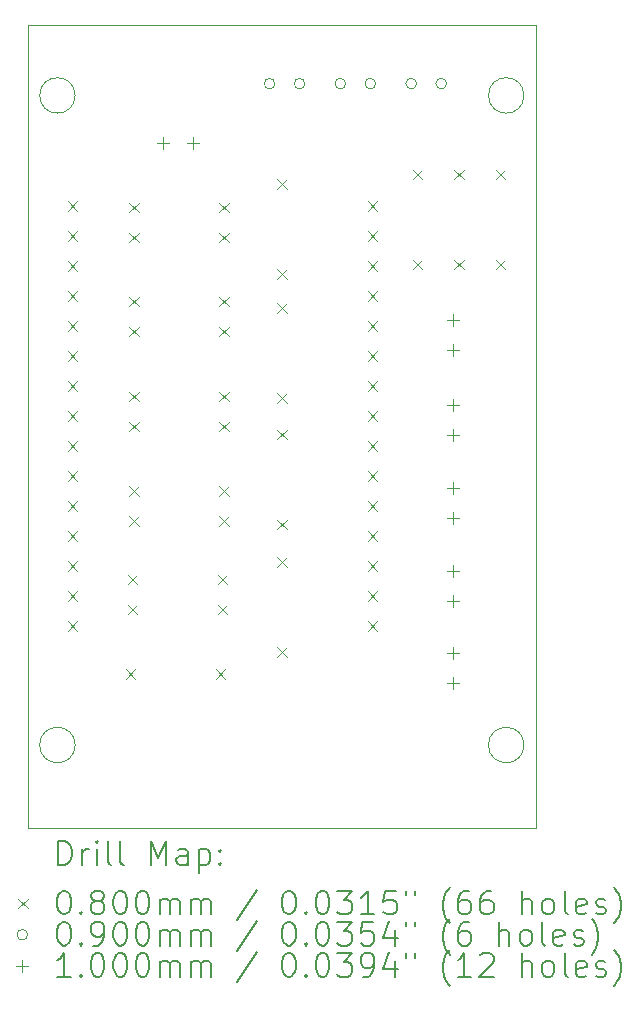
<source format=gbr>
%TF.GenerationSoftware,KiCad,Pcbnew,8.0.6*%
%TF.CreationDate,2025-10-25T19:26:17+02:00*%
%TF.ProjectId,COSMO Adapter v1.0,434f534d-4f20-4416-9461-707465722076,rev?*%
%TF.SameCoordinates,Original*%
%TF.FileFunction,Drillmap*%
%TF.FilePolarity,Positive*%
%FSLAX45Y45*%
G04 Gerber Fmt 4.5, Leading zero omitted, Abs format (unit mm)*
G04 Created by KiCad (PCBNEW 8.0.6) date 2025-10-25 19:26:17*
%MOMM*%
%LPD*%
G01*
G04 APERTURE LIST*
%ADD10C,0.050000*%
%ADD11C,0.200000*%
%ADD12C,0.100000*%
G04 APERTURE END LIST*
D10*
X17250000Y-7450000D02*
G75*
G02*
X16950000Y-7450000I-150000J0D01*
G01*
X16950000Y-7450000D02*
G75*
G02*
X17250000Y-7450000I150000J0D01*
G01*
X13050000Y-6850000D02*
X17350000Y-6850000D01*
X17350000Y-13650000D01*
X13050000Y-13650000D01*
X13050000Y-6850000D01*
X17250000Y-12950000D02*
G75*
G02*
X16950000Y-12950000I-150000J0D01*
G01*
X16950000Y-12950000D02*
G75*
G02*
X17250000Y-12950000I150000J0D01*
G01*
X13450000Y-12950000D02*
G75*
G02*
X13150000Y-12950000I-150000J0D01*
G01*
X13150000Y-12950000D02*
G75*
G02*
X13450000Y-12950000I150000J0D01*
G01*
X13450000Y-7450000D02*
G75*
G02*
X13150000Y-7450000I-150000J0D01*
G01*
X13150000Y-7450000D02*
G75*
G02*
X13450000Y-7450000I150000J0D01*
G01*
D11*
D12*
X13385500Y-8347500D02*
X13465500Y-8427500D01*
X13465500Y-8347500D02*
X13385500Y-8427500D01*
X13385500Y-8601500D02*
X13465500Y-8681500D01*
X13465500Y-8601500D02*
X13385500Y-8681500D01*
X13385500Y-8855500D02*
X13465500Y-8935500D01*
X13465500Y-8855500D02*
X13385500Y-8935500D01*
X13385500Y-9109500D02*
X13465500Y-9189500D01*
X13465500Y-9109500D02*
X13385500Y-9189500D01*
X13385500Y-9363500D02*
X13465500Y-9443500D01*
X13465500Y-9363500D02*
X13385500Y-9443500D01*
X13385500Y-9617500D02*
X13465500Y-9697500D01*
X13465500Y-9617500D02*
X13385500Y-9697500D01*
X13385500Y-9871500D02*
X13465500Y-9951500D01*
X13465500Y-9871500D02*
X13385500Y-9951500D01*
X13385500Y-10125500D02*
X13465500Y-10205500D01*
X13465500Y-10125500D02*
X13385500Y-10205500D01*
X13385500Y-10379500D02*
X13465500Y-10459500D01*
X13465500Y-10379500D02*
X13385500Y-10459500D01*
X13385500Y-10633500D02*
X13465500Y-10713500D01*
X13465500Y-10633500D02*
X13385500Y-10713500D01*
X13385500Y-10887500D02*
X13465500Y-10967500D01*
X13465500Y-10887500D02*
X13385500Y-10967500D01*
X13385500Y-11141500D02*
X13465500Y-11221500D01*
X13465500Y-11141500D02*
X13385500Y-11221500D01*
X13385500Y-11395500D02*
X13465500Y-11475500D01*
X13465500Y-11395500D02*
X13385500Y-11475500D01*
X13385500Y-11649500D02*
X13465500Y-11729500D01*
X13465500Y-11649500D02*
X13385500Y-11729500D01*
X13385500Y-11903500D02*
X13465500Y-11983500D01*
X13465500Y-11903500D02*
X13385500Y-11983500D01*
X13879000Y-12310000D02*
X13959000Y-12390000D01*
X13959000Y-12310000D02*
X13879000Y-12390000D01*
X13898000Y-11510000D02*
X13978000Y-11590000D01*
X13978000Y-11510000D02*
X13898000Y-11590000D01*
X13898000Y-11764000D02*
X13978000Y-11844000D01*
X13978000Y-11764000D02*
X13898000Y-11844000D01*
X13910000Y-8360000D02*
X13990000Y-8440000D01*
X13990000Y-8360000D02*
X13910000Y-8440000D01*
X13910000Y-8614000D02*
X13990000Y-8694000D01*
X13990000Y-8614000D02*
X13910000Y-8694000D01*
X13910000Y-9156000D02*
X13990000Y-9236000D01*
X13990000Y-9156000D02*
X13910000Y-9236000D01*
X13910000Y-9410000D02*
X13990000Y-9490000D01*
X13990000Y-9410000D02*
X13910000Y-9490000D01*
X13910000Y-9960000D02*
X13990000Y-10040000D01*
X13990000Y-9960000D02*
X13910000Y-10040000D01*
X13910000Y-10214000D02*
X13990000Y-10294000D01*
X13990000Y-10214000D02*
X13910000Y-10294000D01*
X13910000Y-10760000D02*
X13990000Y-10840000D01*
X13990000Y-10760000D02*
X13910000Y-10840000D01*
X13910000Y-11014000D02*
X13990000Y-11094000D01*
X13990000Y-11014000D02*
X13910000Y-11094000D01*
X14641000Y-12310000D02*
X14721000Y-12390000D01*
X14721000Y-12310000D02*
X14641000Y-12390000D01*
X14660000Y-11510000D02*
X14740000Y-11590000D01*
X14740000Y-11510000D02*
X14660000Y-11590000D01*
X14660000Y-11764000D02*
X14740000Y-11844000D01*
X14740000Y-11764000D02*
X14660000Y-11844000D01*
X14672000Y-8360000D02*
X14752000Y-8440000D01*
X14752000Y-8360000D02*
X14672000Y-8440000D01*
X14672000Y-8614000D02*
X14752000Y-8694000D01*
X14752000Y-8614000D02*
X14672000Y-8694000D01*
X14672000Y-9156000D02*
X14752000Y-9236000D01*
X14752000Y-9156000D02*
X14672000Y-9236000D01*
X14672000Y-9410000D02*
X14752000Y-9490000D01*
X14752000Y-9410000D02*
X14672000Y-9490000D01*
X14672000Y-9960000D02*
X14752000Y-10040000D01*
X14752000Y-9960000D02*
X14672000Y-10040000D01*
X14672000Y-10214000D02*
X14752000Y-10294000D01*
X14752000Y-10214000D02*
X14672000Y-10294000D01*
X14672000Y-10760000D02*
X14752000Y-10840000D01*
X14752000Y-10760000D02*
X14672000Y-10840000D01*
X14672000Y-11014000D02*
X14752000Y-11094000D01*
X14752000Y-11014000D02*
X14672000Y-11094000D01*
X15160000Y-8160000D02*
X15240000Y-8240000D01*
X15240000Y-8160000D02*
X15160000Y-8240000D01*
X15160000Y-8922000D02*
X15240000Y-9002000D01*
X15240000Y-8922000D02*
X15160000Y-9002000D01*
X15160000Y-9210000D02*
X15240000Y-9290000D01*
X15240000Y-9210000D02*
X15160000Y-9290000D01*
X15160000Y-9972000D02*
X15240000Y-10052000D01*
X15240000Y-9972000D02*
X15160000Y-10052000D01*
X15160000Y-10279000D02*
X15240000Y-10359000D01*
X15240000Y-10279000D02*
X15160000Y-10359000D01*
X15160000Y-11041000D02*
X15240000Y-11121000D01*
X15240000Y-11041000D02*
X15160000Y-11121000D01*
X15160000Y-11360000D02*
X15240000Y-11440000D01*
X15240000Y-11360000D02*
X15160000Y-11440000D01*
X15160000Y-12122000D02*
X15240000Y-12202000D01*
X15240000Y-12122000D02*
X15160000Y-12202000D01*
X15925500Y-8347500D02*
X16005500Y-8427500D01*
X16005500Y-8347500D02*
X15925500Y-8427500D01*
X15925500Y-8601500D02*
X16005500Y-8681500D01*
X16005500Y-8601500D02*
X15925500Y-8681500D01*
X15925500Y-8855500D02*
X16005500Y-8935500D01*
X16005500Y-8855500D02*
X15925500Y-8935500D01*
X15925500Y-9109500D02*
X16005500Y-9189500D01*
X16005500Y-9109500D02*
X15925500Y-9189500D01*
X15925500Y-9363500D02*
X16005500Y-9443500D01*
X16005500Y-9363500D02*
X15925500Y-9443500D01*
X15925500Y-9617500D02*
X16005500Y-9697500D01*
X16005500Y-9617500D02*
X15925500Y-9697500D01*
X15925500Y-9871500D02*
X16005500Y-9951500D01*
X16005500Y-9871500D02*
X15925500Y-9951500D01*
X15925500Y-10125500D02*
X16005500Y-10205500D01*
X16005500Y-10125500D02*
X15925500Y-10205500D01*
X15925500Y-10379500D02*
X16005500Y-10459500D01*
X16005500Y-10379500D02*
X15925500Y-10459500D01*
X15925500Y-10633500D02*
X16005500Y-10713500D01*
X16005500Y-10633500D02*
X15925500Y-10713500D01*
X15925500Y-10887500D02*
X16005500Y-10967500D01*
X16005500Y-10887500D02*
X15925500Y-10967500D01*
X15925500Y-11141500D02*
X16005500Y-11221500D01*
X16005500Y-11141500D02*
X15925500Y-11221500D01*
X15925500Y-11395500D02*
X16005500Y-11475500D01*
X16005500Y-11395500D02*
X15925500Y-11475500D01*
X15925500Y-11649500D02*
X16005500Y-11729500D01*
X16005500Y-11649500D02*
X15925500Y-11729500D01*
X15925500Y-11903500D02*
X16005500Y-11983500D01*
X16005500Y-11903500D02*
X15925500Y-11983500D01*
X16310000Y-8079000D02*
X16390000Y-8159000D01*
X16390000Y-8079000D02*
X16310000Y-8159000D01*
X16310000Y-8841000D02*
X16390000Y-8921000D01*
X16390000Y-8841000D02*
X16310000Y-8921000D01*
X16660000Y-8079000D02*
X16740000Y-8159000D01*
X16740000Y-8079000D02*
X16660000Y-8159000D01*
X16660000Y-8841000D02*
X16740000Y-8921000D01*
X16740000Y-8841000D02*
X16660000Y-8921000D01*
X17010000Y-8079000D02*
X17090000Y-8159000D01*
X17090000Y-8079000D02*
X17010000Y-8159000D01*
X17010000Y-8841000D02*
X17090000Y-8921000D01*
X17090000Y-8841000D02*
X17010000Y-8921000D01*
X15141000Y-7350000D02*
G75*
G02*
X15051000Y-7350000I-45000J0D01*
G01*
X15051000Y-7350000D02*
G75*
G02*
X15141000Y-7350000I45000J0D01*
G01*
X15395000Y-7350000D02*
G75*
G02*
X15305000Y-7350000I-45000J0D01*
G01*
X15305000Y-7350000D02*
G75*
G02*
X15395000Y-7350000I45000J0D01*
G01*
X15741000Y-7350000D02*
G75*
G02*
X15651000Y-7350000I-45000J0D01*
G01*
X15651000Y-7350000D02*
G75*
G02*
X15741000Y-7350000I45000J0D01*
G01*
X15995000Y-7350000D02*
G75*
G02*
X15905000Y-7350000I-45000J0D01*
G01*
X15905000Y-7350000D02*
G75*
G02*
X15995000Y-7350000I45000J0D01*
G01*
X16341000Y-7350000D02*
G75*
G02*
X16251000Y-7350000I-45000J0D01*
G01*
X16251000Y-7350000D02*
G75*
G02*
X16341000Y-7350000I45000J0D01*
G01*
X16595000Y-7350000D02*
G75*
G02*
X16505000Y-7350000I-45000J0D01*
G01*
X16505000Y-7350000D02*
G75*
G02*
X16595000Y-7350000I45000J0D01*
G01*
X14196000Y-7800000D02*
X14196000Y-7900000D01*
X14146000Y-7850000D02*
X14246000Y-7850000D01*
X14450000Y-7800000D02*
X14450000Y-7900000D01*
X14400000Y-7850000D02*
X14500000Y-7850000D01*
X16650000Y-9300000D02*
X16650000Y-9400000D01*
X16600000Y-9350000D02*
X16700000Y-9350000D01*
X16650000Y-9554000D02*
X16650000Y-9654000D01*
X16600000Y-9604000D02*
X16700000Y-9604000D01*
X16650000Y-10023500D02*
X16650000Y-10123500D01*
X16600000Y-10073500D02*
X16700000Y-10073500D01*
X16650000Y-10277500D02*
X16650000Y-10377500D01*
X16600000Y-10327500D02*
X16700000Y-10327500D01*
X16650000Y-10723500D02*
X16650000Y-10823500D01*
X16600000Y-10773500D02*
X16700000Y-10773500D01*
X16650000Y-10977500D02*
X16650000Y-11077500D01*
X16600000Y-11027500D02*
X16700000Y-11027500D01*
X16650000Y-11423500D02*
X16650000Y-11523500D01*
X16600000Y-11473500D02*
X16700000Y-11473500D01*
X16650000Y-11677500D02*
X16650000Y-11777500D01*
X16600000Y-11727500D02*
X16700000Y-11727500D01*
X16650000Y-12123500D02*
X16650000Y-12223500D01*
X16600000Y-12173500D02*
X16700000Y-12173500D01*
X16650000Y-12377500D02*
X16650000Y-12477500D01*
X16600000Y-12427500D02*
X16700000Y-12427500D01*
D11*
X13308277Y-13963984D02*
X13308277Y-13763984D01*
X13308277Y-13763984D02*
X13355896Y-13763984D01*
X13355896Y-13763984D02*
X13384467Y-13773508D01*
X13384467Y-13773508D02*
X13403515Y-13792555D01*
X13403515Y-13792555D02*
X13413039Y-13811603D01*
X13413039Y-13811603D02*
X13422562Y-13849698D01*
X13422562Y-13849698D02*
X13422562Y-13878269D01*
X13422562Y-13878269D02*
X13413039Y-13916365D01*
X13413039Y-13916365D02*
X13403515Y-13935412D01*
X13403515Y-13935412D02*
X13384467Y-13954460D01*
X13384467Y-13954460D02*
X13355896Y-13963984D01*
X13355896Y-13963984D02*
X13308277Y-13963984D01*
X13508277Y-13963984D02*
X13508277Y-13830650D01*
X13508277Y-13868746D02*
X13517801Y-13849698D01*
X13517801Y-13849698D02*
X13527324Y-13840174D01*
X13527324Y-13840174D02*
X13546372Y-13830650D01*
X13546372Y-13830650D02*
X13565420Y-13830650D01*
X13632086Y-13963984D02*
X13632086Y-13830650D01*
X13632086Y-13763984D02*
X13622562Y-13773508D01*
X13622562Y-13773508D02*
X13632086Y-13783031D01*
X13632086Y-13783031D02*
X13641610Y-13773508D01*
X13641610Y-13773508D02*
X13632086Y-13763984D01*
X13632086Y-13763984D02*
X13632086Y-13783031D01*
X13755896Y-13963984D02*
X13736848Y-13954460D01*
X13736848Y-13954460D02*
X13727324Y-13935412D01*
X13727324Y-13935412D02*
X13727324Y-13763984D01*
X13860658Y-13963984D02*
X13841610Y-13954460D01*
X13841610Y-13954460D02*
X13832086Y-13935412D01*
X13832086Y-13935412D02*
X13832086Y-13763984D01*
X14089229Y-13963984D02*
X14089229Y-13763984D01*
X14089229Y-13763984D02*
X14155896Y-13906841D01*
X14155896Y-13906841D02*
X14222562Y-13763984D01*
X14222562Y-13763984D02*
X14222562Y-13963984D01*
X14403515Y-13963984D02*
X14403515Y-13859222D01*
X14403515Y-13859222D02*
X14393991Y-13840174D01*
X14393991Y-13840174D02*
X14374943Y-13830650D01*
X14374943Y-13830650D02*
X14336848Y-13830650D01*
X14336848Y-13830650D02*
X14317801Y-13840174D01*
X14403515Y-13954460D02*
X14384467Y-13963984D01*
X14384467Y-13963984D02*
X14336848Y-13963984D01*
X14336848Y-13963984D02*
X14317801Y-13954460D01*
X14317801Y-13954460D02*
X14308277Y-13935412D01*
X14308277Y-13935412D02*
X14308277Y-13916365D01*
X14308277Y-13916365D02*
X14317801Y-13897317D01*
X14317801Y-13897317D02*
X14336848Y-13887793D01*
X14336848Y-13887793D02*
X14384467Y-13887793D01*
X14384467Y-13887793D02*
X14403515Y-13878269D01*
X14498753Y-13830650D02*
X14498753Y-14030650D01*
X14498753Y-13840174D02*
X14517801Y-13830650D01*
X14517801Y-13830650D02*
X14555896Y-13830650D01*
X14555896Y-13830650D02*
X14574943Y-13840174D01*
X14574943Y-13840174D02*
X14584467Y-13849698D01*
X14584467Y-13849698D02*
X14593991Y-13868746D01*
X14593991Y-13868746D02*
X14593991Y-13925888D01*
X14593991Y-13925888D02*
X14584467Y-13944936D01*
X14584467Y-13944936D02*
X14574943Y-13954460D01*
X14574943Y-13954460D02*
X14555896Y-13963984D01*
X14555896Y-13963984D02*
X14517801Y-13963984D01*
X14517801Y-13963984D02*
X14498753Y-13954460D01*
X14679705Y-13944936D02*
X14689229Y-13954460D01*
X14689229Y-13954460D02*
X14679705Y-13963984D01*
X14679705Y-13963984D02*
X14670182Y-13954460D01*
X14670182Y-13954460D02*
X14679705Y-13944936D01*
X14679705Y-13944936D02*
X14679705Y-13963984D01*
X14679705Y-13840174D02*
X14689229Y-13849698D01*
X14689229Y-13849698D02*
X14679705Y-13859222D01*
X14679705Y-13859222D02*
X14670182Y-13849698D01*
X14670182Y-13849698D02*
X14679705Y-13840174D01*
X14679705Y-13840174D02*
X14679705Y-13859222D01*
D12*
X12967500Y-14252500D02*
X13047500Y-14332500D01*
X13047500Y-14252500D02*
X12967500Y-14332500D01*
D11*
X13346372Y-14183984D02*
X13365420Y-14183984D01*
X13365420Y-14183984D02*
X13384467Y-14193508D01*
X13384467Y-14193508D02*
X13393991Y-14203031D01*
X13393991Y-14203031D02*
X13403515Y-14222079D01*
X13403515Y-14222079D02*
X13413039Y-14260174D01*
X13413039Y-14260174D02*
X13413039Y-14307793D01*
X13413039Y-14307793D02*
X13403515Y-14345888D01*
X13403515Y-14345888D02*
X13393991Y-14364936D01*
X13393991Y-14364936D02*
X13384467Y-14374460D01*
X13384467Y-14374460D02*
X13365420Y-14383984D01*
X13365420Y-14383984D02*
X13346372Y-14383984D01*
X13346372Y-14383984D02*
X13327324Y-14374460D01*
X13327324Y-14374460D02*
X13317801Y-14364936D01*
X13317801Y-14364936D02*
X13308277Y-14345888D01*
X13308277Y-14345888D02*
X13298753Y-14307793D01*
X13298753Y-14307793D02*
X13298753Y-14260174D01*
X13298753Y-14260174D02*
X13308277Y-14222079D01*
X13308277Y-14222079D02*
X13317801Y-14203031D01*
X13317801Y-14203031D02*
X13327324Y-14193508D01*
X13327324Y-14193508D02*
X13346372Y-14183984D01*
X13498753Y-14364936D02*
X13508277Y-14374460D01*
X13508277Y-14374460D02*
X13498753Y-14383984D01*
X13498753Y-14383984D02*
X13489229Y-14374460D01*
X13489229Y-14374460D02*
X13498753Y-14364936D01*
X13498753Y-14364936D02*
X13498753Y-14383984D01*
X13622562Y-14269698D02*
X13603515Y-14260174D01*
X13603515Y-14260174D02*
X13593991Y-14250650D01*
X13593991Y-14250650D02*
X13584467Y-14231603D01*
X13584467Y-14231603D02*
X13584467Y-14222079D01*
X13584467Y-14222079D02*
X13593991Y-14203031D01*
X13593991Y-14203031D02*
X13603515Y-14193508D01*
X13603515Y-14193508D02*
X13622562Y-14183984D01*
X13622562Y-14183984D02*
X13660658Y-14183984D01*
X13660658Y-14183984D02*
X13679705Y-14193508D01*
X13679705Y-14193508D02*
X13689229Y-14203031D01*
X13689229Y-14203031D02*
X13698753Y-14222079D01*
X13698753Y-14222079D02*
X13698753Y-14231603D01*
X13698753Y-14231603D02*
X13689229Y-14250650D01*
X13689229Y-14250650D02*
X13679705Y-14260174D01*
X13679705Y-14260174D02*
X13660658Y-14269698D01*
X13660658Y-14269698D02*
X13622562Y-14269698D01*
X13622562Y-14269698D02*
X13603515Y-14279222D01*
X13603515Y-14279222D02*
X13593991Y-14288746D01*
X13593991Y-14288746D02*
X13584467Y-14307793D01*
X13584467Y-14307793D02*
X13584467Y-14345888D01*
X13584467Y-14345888D02*
X13593991Y-14364936D01*
X13593991Y-14364936D02*
X13603515Y-14374460D01*
X13603515Y-14374460D02*
X13622562Y-14383984D01*
X13622562Y-14383984D02*
X13660658Y-14383984D01*
X13660658Y-14383984D02*
X13679705Y-14374460D01*
X13679705Y-14374460D02*
X13689229Y-14364936D01*
X13689229Y-14364936D02*
X13698753Y-14345888D01*
X13698753Y-14345888D02*
X13698753Y-14307793D01*
X13698753Y-14307793D02*
X13689229Y-14288746D01*
X13689229Y-14288746D02*
X13679705Y-14279222D01*
X13679705Y-14279222D02*
X13660658Y-14269698D01*
X13822562Y-14183984D02*
X13841610Y-14183984D01*
X13841610Y-14183984D02*
X13860658Y-14193508D01*
X13860658Y-14193508D02*
X13870182Y-14203031D01*
X13870182Y-14203031D02*
X13879705Y-14222079D01*
X13879705Y-14222079D02*
X13889229Y-14260174D01*
X13889229Y-14260174D02*
X13889229Y-14307793D01*
X13889229Y-14307793D02*
X13879705Y-14345888D01*
X13879705Y-14345888D02*
X13870182Y-14364936D01*
X13870182Y-14364936D02*
X13860658Y-14374460D01*
X13860658Y-14374460D02*
X13841610Y-14383984D01*
X13841610Y-14383984D02*
X13822562Y-14383984D01*
X13822562Y-14383984D02*
X13803515Y-14374460D01*
X13803515Y-14374460D02*
X13793991Y-14364936D01*
X13793991Y-14364936D02*
X13784467Y-14345888D01*
X13784467Y-14345888D02*
X13774943Y-14307793D01*
X13774943Y-14307793D02*
X13774943Y-14260174D01*
X13774943Y-14260174D02*
X13784467Y-14222079D01*
X13784467Y-14222079D02*
X13793991Y-14203031D01*
X13793991Y-14203031D02*
X13803515Y-14193508D01*
X13803515Y-14193508D02*
X13822562Y-14183984D01*
X14013039Y-14183984D02*
X14032086Y-14183984D01*
X14032086Y-14183984D02*
X14051134Y-14193508D01*
X14051134Y-14193508D02*
X14060658Y-14203031D01*
X14060658Y-14203031D02*
X14070182Y-14222079D01*
X14070182Y-14222079D02*
X14079705Y-14260174D01*
X14079705Y-14260174D02*
X14079705Y-14307793D01*
X14079705Y-14307793D02*
X14070182Y-14345888D01*
X14070182Y-14345888D02*
X14060658Y-14364936D01*
X14060658Y-14364936D02*
X14051134Y-14374460D01*
X14051134Y-14374460D02*
X14032086Y-14383984D01*
X14032086Y-14383984D02*
X14013039Y-14383984D01*
X14013039Y-14383984D02*
X13993991Y-14374460D01*
X13993991Y-14374460D02*
X13984467Y-14364936D01*
X13984467Y-14364936D02*
X13974943Y-14345888D01*
X13974943Y-14345888D02*
X13965420Y-14307793D01*
X13965420Y-14307793D02*
X13965420Y-14260174D01*
X13965420Y-14260174D02*
X13974943Y-14222079D01*
X13974943Y-14222079D02*
X13984467Y-14203031D01*
X13984467Y-14203031D02*
X13993991Y-14193508D01*
X13993991Y-14193508D02*
X14013039Y-14183984D01*
X14165420Y-14383984D02*
X14165420Y-14250650D01*
X14165420Y-14269698D02*
X14174943Y-14260174D01*
X14174943Y-14260174D02*
X14193991Y-14250650D01*
X14193991Y-14250650D02*
X14222563Y-14250650D01*
X14222563Y-14250650D02*
X14241610Y-14260174D01*
X14241610Y-14260174D02*
X14251134Y-14279222D01*
X14251134Y-14279222D02*
X14251134Y-14383984D01*
X14251134Y-14279222D02*
X14260658Y-14260174D01*
X14260658Y-14260174D02*
X14279705Y-14250650D01*
X14279705Y-14250650D02*
X14308277Y-14250650D01*
X14308277Y-14250650D02*
X14327324Y-14260174D01*
X14327324Y-14260174D02*
X14336848Y-14279222D01*
X14336848Y-14279222D02*
X14336848Y-14383984D01*
X14432086Y-14383984D02*
X14432086Y-14250650D01*
X14432086Y-14269698D02*
X14441610Y-14260174D01*
X14441610Y-14260174D02*
X14460658Y-14250650D01*
X14460658Y-14250650D02*
X14489229Y-14250650D01*
X14489229Y-14250650D02*
X14508277Y-14260174D01*
X14508277Y-14260174D02*
X14517801Y-14279222D01*
X14517801Y-14279222D02*
X14517801Y-14383984D01*
X14517801Y-14279222D02*
X14527324Y-14260174D01*
X14527324Y-14260174D02*
X14546372Y-14250650D01*
X14546372Y-14250650D02*
X14574943Y-14250650D01*
X14574943Y-14250650D02*
X14593991Y-14260174D01*
X14593991Y-14260174D02*
X14603515Y-14279222D01*
X14603515Y-14279222D02*
X14603515Y-14383984D01*
X14993991Y-14174460D02*
X14822563Y-14431603D01*
X15251134Y-14183984D02*
X15270182Y-14183984D01*
X15270182Y-14183984D02*
X15289229Y-14193508D01*
X15289229Y-14193508D02*
X15298753Y-14203031D01*
X15298753Y-14203031D02*
X15308277Y-14222079D01*
X15308277Y-14222079D02*
X15317801Y-14260174D01*
X15317801Y-14260174D02*
X15317801Y-14307793D01*
X15317801Y-14307793D02*
X15308277Y-14345888D01*
X15308277Y-14345888D02*
X15298753Y-14364936D01*
X15298753Y-14364936D02*
X15289229Y-14374460D01*
X15289229Y-14374460D02*
X15270182Y-14383984D01*
X15270182Y-14383984D02*
X15251134Y-14383984D01*
X15251134Y-14383984D02*
X15232086Y-14374460D01*
X15232086Y-14374460D02*
X15222563Y-14364936D01*
X15222563Y-14364936D02*
X15213039Y-14345888D01*
X15213039Y-14345888D02*
X15203515Y-14307793D01*
X15203515Y-14307793D02*
X15203515Y-14260174D01*
X15203515Y-14260174D02*
X15213039Y-14222079D01*
X15213039Y-14222079D02*
X15222563Y-14203031D01*
X15222563Y-14203031D02*
X15232086Y-14193508D01*
X15232086Y-14193508D02*
X15251134Y-14183984D01*
X15403515Y-14364936D02*
X15413039Y-14374460D01*
X15413039Y-14374460D02*
X15403515Y-14383984D01*
X15403515Y-14383984D02*
X15393991Y-14374460D01*
X15393991Y-14374460D02*
X15403515Y-14364936D01*
X15403515Y-14364936D02*
X15403515Y-14383984D01*
X15536848Y-14183984D02*
X15555896Y-14183984D01*
X15555896Y-14183984D02*
X15574944Y-14193508D01*
X15574944Y-14193508D02*
X15584467Y-14203031D01*
X15584467Y-14203031D02*
X15593991Y-14222079D01*
X15593991Y-14222079D02*
X15603515Y-14260174D01*
X15603515Y-14260174D02*
X15603515Y-14307793D01*
X15603515Y-14307793D02*
X15593991Y-14345888D01*
X15593991Y-14345888D02*
X15584467Y-14364936D01*
X15584467Y-14364936D02*
X15574944Y-14374460D01*
X15574944Y-14374460D02*
X15555896Y-14383984D01*
X15555896Y-14383984D02*
X15536848Y-14383984D01*
X15536848Y-14383984D02*
X15517801Y-14374460D01*
X15517801Y-14374460D02*
X15508277Y-14364936D01*
X15508277Y-14364936D02*
X15498753Y-14345888D01*
X15498753Y-14345888D02*
X15489229Y-14307793D01*
X15489229Y-14307793D02*
X15489229Y-14260174D01*
X15489229Y-14260174D02*
X15498753Y-14222079D01*
X15498753Y-14222079D02*
X15508277Y-14203031D01*
X15508277Y-14203031D02*
X15517801Y-14193508D01*
X15517801Y-14193508D02*
X15536848Y-14183984D01*
X15670182Y-14183984D02*
X15793991Y-14183984D01*
X15793991Y-14183984D02*
X15727325Y-14260174D01*
X15727325Y-14260174D02*
X15755896Y-14260174D01*
X15755896Y-14260174D02*
X15774944Y-14269698D01*
X15774944Y-14269698D02*
X15784467Y-14279222D01*
X15784467Y-14279222D02*
X15793991Y-14298269D01*
X15793991Y-14298269D02*
X15793991Y-14345888D01*
X15793991Y-14345888D02*
X15784467Y-14364936D01*
X15784467Y-14364936D02*
X15774944Y-14374460D01*
X15774944Y-14374460D02*
X15755896Y-14383984D01*
X15755896Y-14383984D02*
X15698753Y-14383984D01*
X15698753Y-14383984D02*
X15679706Y-14374460D01*
X15679706Y-14374460D02*
X15670182Y-14364936D01*
X15984467Y-14383984D02*
X15870182Y-14383984D01*
X15927325Y-14383984D02*
X15927325Y-14183984D01*
X15927325Y-14183984D02*
X15908277Y-14212555D01*
X15908277Y-14212555D02*
X15889229Y-14231603D01*
X15889229Y-14231603D02*
X15870182Y-14241127D01*
X16165420Y-14183984D02*
X16070182Y-14183984D01*
X16070182Y-14183984D02*
X16060658Y-14279222D01*
X16060658Y-14279222D02*
X16070182Y-14269698D01*
X16070182Y-14269698D02*
X16089229Y-14260174D01*
X16089229Y-14260174D02*
X16136848Y-14260174D01*
X16136848Y-14260174D02*
X16155896Y-14269698D01*
X16155896Y-14269698D02*
X16165420Y-14279222D01*
X16165420Y-14279222D02*
X16174944Y-14298269D01*
X16174944Y-14298269D02*
X16174944Y-14345888D01*
X16174944Y-14345888D02*
X16165420Y-14364936D01*
X16165420Y-14364936D02*
X16155896Y-14374460D01*
X16155896Y-14374460D02*
X16136848Y-14383984D01*
X16136848Y-14383984D02*
X16089229Y-14383984D01*
X16089229Y-14383984D02*
X16070182Y-14374460D01*
X16070182Y-14374460D02*
X16060658Y-14364936D01*
X16251134Y-14183984D02*
X16251134Y-14222079D01*
X16327325Y-14183984D02*
X16327325Y-14222079D01*
X16622563Y-14460174D02*
X16613039Y-14450650D01*
X16613039Y-14450650D02*
X16593991Y-14422079D01*
X16593991Y-14422079D02*
X16584468Y-14403031D01*
X16584468Y-14403031D02*
X16574944Y-14374460D01*
X16574944Y-14374460D02*
X16565420Y-14326841D01*
X16565420Y-14326841D02*
X16565420Y-14288746D01*
X16565420Y-14288746D02*
X16574944Y-14241127D01*
X16574944Y-14241127D02*
X16584468Y-14212555D01*
X16584468Y-14212555D02*
X16593991Y-14193508D01*
X16593991Y-14193508D02*
X16613039Y-14164936D01*
X16613039Y-14164936D02*
X16622563Y-14155412D01*
X16784468Y-14183984D02*
X16746372Y-14183984D01*
X16746372Y-14183984D02*
X16727325Y-14193508D01*
X16727325Y-14193508D02*
X16717801Y-14203031D01*
X16717801Y-14203031D02*
X16698753Y-14231603D01*
X16698753Y-14231603D02*
X16689229Y-14269698D01*
X16689229Y-14269698D02*
X16689229Y-14345888D01*
X16689229Y-14345888D02*
X16698753Y-14364936D01*
X16698753Y-14364936D02*
X16708277Y-14374460D01*
X16708277Y-14374460D02*
X16727325Y-14383984D01*
X16727325Y-14383984D02*
X16765420Y-14383984D01*
X16765420Y-14383984D02*
X16784468Y-14374460D01*
X16784468Y-14374460D02*
X16793991Y-14364936D01*
X16793991Y-14364936D02*
X16803515Y-14345888D01*
X16803515Y-14345888D02*
X16803515Y-14298269D01*
X16803515Y-14298269D02*
X16793991Y-14279222D01*
X16793991Y-14279222D02*
X16784468Y-14269698D01*
X16784468Y-14269698D02*
X16765420Y-14260174D01*
X16765420Y-14260174D02*
X16727325Y-14260174D01*
X16727325Y-14260174D02*
X16708277Y-14269698D01*
X16708277Y-14269698D02*
X16698753Y-14279222D01*
X16698753Y-14279222D02*
X16689229Y-14298269D01*
X16974944Y-14183984D02*
X16936849Y-14183984D01*
X16936849Y-14183984D02*
X16917801Y-14193508D01*
X16917801Y-14193508D02*
X16908277Y-14203031D01*
X16908277Y-14203031D02*
X16889230Y-14231603D01*
X16889230Y-14231603D02*
X16879706Y-14269698D01*
X16879706Y-14269698D02*
X16879706Y-14345888D01*
X16879706Y-14345888D02*
X16889230Y-14364936D01*
X16889230Y-14364936D02*
X16898753Y-14374460D01*
X16898753Y-14374460D02*
X16917801Y-14383984D01*
X16917801Y-14383984D02*
X16955896Y-14383984D01*
X16955896Y-14383984D02*
X16974944Y-14374460D01*
X16974944Y-14374460D02*
X16984468Y-14364936D01*
X16984468Y-14364936D02*
X16993991Y-14345888D01*
X16993991Y-14345888D02*
X16993991Y-14298269D01*
X16993991Y-14298269D02*
X16984468Y-14279222D01*
X16984468Y-14279222D02*
X16974944Y-14269698D01*
X16974944Y-14269698D02*
X16955896Y-14260174D01*
X16955896Y-14260174D02*
X16917801Y-14260174D01*
X16917801Y-14260174D02*
X16898753Y-14269698D01*
X16898753Y-14269698D02*
X16889230Y-14279222D01*
X16889230Y-14279222D02*
X16879706Y-14298269D01*
X17232087Y-14383984D02*
X17232087Y-14183984D01*
X17317801Y-14383984D02*
X17317801Y-14279222D01*
X17317801Y-14279222D02*
X17308277Y-14260174D01*
X17308277Y-14260174D02*
X17289230Y-14250650D01*
X17289230Y-14250650D02*
X17260658Y-14250650D01*
X17260658Y-14250650D02*
X17241611Y-14260174D01*
X17241611Y-14260174D02*
X17232087Y-14269698D01*
X17441611Y-14383984D02*
X17422563Y-14374460D01*
X17422563Y-14374460D02*
X17413039Y-14364936D01*
X17413039Y-14364936D02*
X17403515Y-14345888D01*
X17403515Y-14345888D02*
X17403515Y-14288746D01*
X17403515Y-14288746D02*
X17413039Y-14269698D01*
X17413039Y-14269698D02*
X17422563Y-14260174D01*
X17422563Y-14260174D02*
X17441611Y-14250650D01*
X17441611Y-14250650D02*
X17470182Y-14250650D01*
X17470182Y-14250650D02*
X17489230Y-14260174D01*
X17489230Y-14260174D02*
X17498753Y-14269698D01*
X17498753Y-14269698D02*
X17508277Y-14288746D01*
X17508277Y-14288746D02*
X17508277Y-14345888D01*
X17508277Y-14345888D02*
X17498753Y-14364936D01*
X17498753Y-14364936D02*
X17489230Y-14374460D01*
X17489230Y-14374460D02*
X17470182Y-14383984D01*
X17470182Y-14383984D02*
X17441611Y-14383984D01*
X17622563Y-14383984D02*
X17603515Y-14374460D01*
X17603515Y-14374460D02*
X17593992Y-14355412D01*
X17593992Y-14355412D02*
X17593992Y-14183984D01*
X17774944Y-14374460D02*
X17755896Y-14383984D01*
X17755896Y-14383984D02*
X17717801Y-14383984D01*
X17717801Y-14383984D02*
X17698753Y-14374460D01*
X17698753Y-14374460D02*
X17689230Y-14355412D01*
X17689230Y-14355412D02*
X17689230Y-14279222D01*
X17689230Y-14279222D02*
X17698753Y-14260174D01*
X17698753Y-14260174D02*
X17717801Y-14250650D01*
X17717801Y-14250650D02*
X17755896Y-14250650D01*
X17755896Y-14250650D02*
X17774944Y-14260174D01*
X17774944Y-14260174D02*
X17784468Y-14279222D01*
X17784468Y-14279222D02*
X17784468Y-14298269D01*
X17784468Y-14298269D02*
X17689230Y-14317317D01*
X17860658Y-14374460D02*
X17879706Y-14383984D01*
X17879706Y-14383984D02*
X17917801Y-14383984D01*
X17917801Y-14383984D02*
X17936849Y-14374460D01*
X17936849Y-14374460D02*
X17946373Y-14355412D01*
X17946373Y-14355412D02*
X17946373Y-14345888D01*
X17946373Y-14345888D02*
X17936849Y-14326841D01*
X17936849Y-14326841D02*
X17917801Y-14317317D01*
X17917801Y-14317317D02*
X17889230Y-14317317D01*
X17889230Y-14317317D02*
X17870182Y-14307793D01*
X17870182Y-14307793D02*
X17860658Y-14288746D01*
X17860658Y-14288746D02*
X17860658Y-14279222D01*
X17860658Y-14279222D02*
X17870182Y-14260174D01*
X17870182Y-14260174D02*
X17889230Y-14250650D01*
X17889230Y-14250650D02*
X17917801Y-14250650D01*
X17917801Y-14250650D02*
X17936849Y-14260174D01*
X18013039Y-14460174D02*
X18022563Y-14450650D01*
X18022563Y-14450650D02*
X18041611Y-14422079D01*
X18041611Y-14422079D02*
X18051134Y-14403031D01*
X18051134Y-14403031D02*
X18060658Y-14374460D01*
X18060658Y-14374460D02*
X18070182Y-14326841D01*
X18070182Y-14326841D02*
X18070182Y-14288746D01*
X18070182Y-14288746D02*
X18060658Y-14241127D01*
X18060658Y-14241127D02*
X18051134Y-14212555D01*
X18051134Y-14212555D02*
X18041611Y-14193508D01*
X18041611Y-14193508D02*
X18022563Y-14164936D01*
X18022563Y-14164936D02*
X18013039Y-14155412D01*
D12*
X13047500Y-14556500D02*
G75*
G02*
X12957500Y-14556500I-45000J0D01*
G01*
X12957500Y-14556500D02*
G75*
G02*
X13047500Y-14556500I45000J0D01*
G01*
D11*
X13346372Y-14447984D02*
X13365420Y-14447984D01*
X13365420Y-14447984D02*
X13384467Y-14457508D01*
X13384467Y-14457508D02*
X13393991Y-14467031D01*
X13393991Y-14467031D02*
X13403515Y-14486079D01*
X13403515Y-14486079D02*
X13413039Y-14524174D01*
X13413039Y-14524174D02*
X13413039Y-14571793D01*
X13413039Y-14571793D02*
X13403515Y-14609888D01*
X13403515Y-14609888D02*
X13393991Y-14628936D01*
X13393991Y-14628936D02*
X13384467Y-14638460D01*
X13384467Y-14638460D02*
X13365420Y-14647984D01*
X13365420Y-14647984D02*
X13346372Y-14647984D01*
X13346372Y-14647984D02*
X13327324Y-14638460D01*
X13327324Y-14638460D02*
X13317801Y-14628936D01*
X13317801Y-14628936D02*
X13308277Y-14609888D01*
X13308277Y-14609888D02*
X13298753Y-14571793D01*
X13298753Y-14571793D02*
X13298753Y-14524174D01*
X13298753Y-14524174D02*
X13308277Y-14486079D01*
X13308277Y-14486079D02*
X13317801Y-14467031D01*
X13317801Y-14467031D02*
X13327324Y-14457508D01*
X13327324Y-14457508D02*
X13346372Y-14447984D01*
X13498753Y-14628936D02*
X13508277Y-14638460D01*
X13508277Y-14638460D02*
X13498753Y-14647984D01*
X13498753Y-14647984D02*
X13489229Y-14638460D01*
X13489229Y-14638460D02*
X13498753Y-14628936D01*
X13498753Y-14628936D02*
X13498753Y-14647984D01*
X13603515Y-14647984D02*
X13641610Y-14647984D01*
X13641610Y-14647984D02*
X13660658Y-14638460D01*
X13660658Y-14638460D02*
X13670182Y-14628936D01*
X13670182Y-14628936D02*
X13689229Y-14600365D01*
X13689229Y-14600365D02*
X13698753Y-14562269D01*
X13698753Y-14562269D02*
X13698753Y-14486079D01*
X13698753Y-14486079D02*
X13689229Y-14467031D01*
X13689229Y-14467031D02*
X13679705Y-14457508D01*
X13679705Y-14457508D02*
X13660658Y-14447984D01*
X13660658Y-14447984D02*
X13622562Y-14447984D01*
X13622562Y-14447984D02*
X13603515Y-14457508D01*
X13603515Y-14457508D02*
X13593991Y-14467031D01*
X13593991Y-14467031D02*
X13584467Y-14486079D01*
X13584467Y-14486079D02*
X13584467Y-14533698D01*
X13584467Y-14533698D02*
X13593991Y-14552746D01*
X13593991Y-14552746D02*
X13603515Y-14562269D01*
X13603515Y-14562269D02*
X13622562Y-14571793D01*
X13622562Y-14571793D02*
X13660658Y-14571793D01*
X13660658Y-14571793D02*
X13679705Y-14562269D01*
X13679705Y-14562269D02*
X13689229Y-14552746D01*
X13689229Y-14552746D02*
X13698753Y-14533698D01*
X13822562Y-14447984D02*
X13841610Y-14447984D01*
X13841610Y-14447984D02*
X13860658Y-14457508D01*
X13860658Y-14457508D02*
X13870182Y-14467031D01*
X13870182Y-14467031D02*
X13879705Y-14486079D01*
X13879705Y-14486079D02*
X13889229Y-14524174D01*
X13889229Y-14524174D02*
X13889229Y-14571793D01*
X13889229Y-14571793D02*
X13879705Y-14609888D01*
X13879705Y-14609888D02*
X13870182Y-14628936D01*
X13870182Y-14628936D02*
X13860658Y-14638460D01*
X13860658Y-14638460D02*
X13841610Y-14647984D01*
X13841610Y-14647984D02*
X13822562Y-14647984D01*
X13822562Y-14647984D02*
X13803515Y-14638460D01*
X13803515Y-14638460D02*
X13793991Y-14628936D01*
X13793991Y-14628936D02*
X13784467Y-14609888D01*
X13784467Y-14609888D02*
X13774943Y-14571793D01*
X13774943Y-14571793D02*
X13774943Y-14524174D01*
X13774943Y-14524174D02*
X13784467Y-14486079D01*
X13784467Y-14486079D02*
X13793991Y-14467031D01*
X13793991Y-14467031D02*
X13803515Y-14457508D01*
X13803515Y-14457508D02*
X13822562Y-14447984D01*
X14013039Y-14447984D02*
X14032086Y-14447984D01*
X14032086Y-14447984D02*
X14051134Y-14457508D01*
X14051134Y-14457508D02*
X14060658Y-14467031D01*
X14060658Y-14467031D02*
X14070182Y-14486079D01*
X14070182Y-14486079D02*
X14079705Y-14524174D01*
X14079705Y-14524174D02*
X14079705Y-14571793D01*
X14079705Y-14571793D02*
X14070182Y-14609888D01*
X14070182Y-14609888D02*
X14060658Y-14628936D01*
X14060658Y-14628936D02*
X14051134Y-14638460D01*
X14051134Y-14638460D02*
X14032086Y-14647984D01*
X14032086Y-14647984D02*
X14013039Y-14647984D01*
X14013039Y-14647984D02*
X13993991Y-14638460D01*
X13993991Y-14638460D02*
X13984467Y-14628936D01*
X13984467Y-14628936D02*
X13974943Y-14609888D01*
X13974943Y-14609888D02*
X13965420Y-14571793D01*
X13965420Y-14571793D02*
X13965420Y-14524174D01*
X13965420Y-14524174D02*
X13974943Y-14486079D01*
X13974943Y-14486079D02*
X13984467Y-14467031D01*
X13984467Y-14467031D02*
X13993991Y-14457508D01*
X13993991Y-14457508D02*
X14013039Y-14447984D01*
X14165420Y-14647984D02*
X14165420Y-14514650D01*
X14165420Y-14533698D02*
X14174943Y-14524174D01*
X14174943Y-14524174D02*
X14193991Y-14514650D01*
X14193991Y-14514650D02*
X14222563Y-14514650D01*
X14222563Y-14514650D02*
X14241610Y-14524174D01*
X14241610Y-14524174D02*
X14251134Y-14543222D01*
X14251134Y-14543222D02*
X14251134Y-14647984D01*
X14251134Y-14543222D02*
X14260658Y-14524174D01*
X14260658Y-14524174D02*
X14279705Y-14514650D01*
X14279705Y-14514650D02*
X14308277Y-14514650D01*
X14308277Y-14514650D02*
X14327324Y-14524174D01*
X14327324Y-14524174D02*
X14336848Y-14543222D01*
X14336848Y-14543222D02*
X14336848Y-14647984D01*
X14432086Y-14647984D02*
X14432086Y-14514650D01*
X14432086Y-14533698D02*
X14441610Y-14524174D01*
X14441610Y-14524174D02*
X14460658Y-14514650D01*
X14460658Y-14514650D02*
X14489229Y-14514650D01*
X14489229Y-14514650D02*
X14508277Y-14524174D01*
X14508277Y-14524174D02*
X14517801Y-14543222D01*
X14517801Y-14543222D02*
X14517801Y-14647984D01*
X14517801Y-14543222D02*
X14527324Y-14524174D01*
X14527324Y-14524174D02*
X14546372Y-14514650D01*
X14546372Y-14514650D02*
X14574943Y-14514650D01*
X14574943Y-14514650D02*
X14593991Y-14524174D01*
X14593991Y-14524174D02*
X14603515Y-14543222D01*
X14603515Y-14543222D02*
X14603515Y-14647984D01*
X14993991Y-14438460D02*
X14822563Y-14695603D01*
X15251134Y-14447984D02*
X15270182Y-14447984D01*
X15270182Y-14447984D02*
X15289229Y-14457508D01*
X15289229Y-14457508D02*
X15298753Y-14467031D01*
X15298753Y-14467031D02*
X15308277Y-14486079D01*
X15308277Y-14486079D02*
X15317801Y-14524174D01*
X15317801Y-14524174D02*
X15317801Y-14571793D01*
X15317801Y-14571793D02*
X15308277Y-14609888D01*
X15308277Y-14609888D02*
X15298753Y-14628936D01*
X15298753Y-14628936D02*
X15289229Y-14638460D01*
X15289229Y-14638460D02*
X15270182Y-14647984D01*
X15270182Y-14647984D02*
X15251134Y-14647984D01*
X15251134Y-14647984D02*
X15232086Y-14638460D01*
X15232086Y-14638460D02*
X15222563Y-14628936D01*
X15222563Y-14628936D02*
X15213039Y-14609888D01*
X15213039Y-14609888D02*
X15203515Y-14571793D01*
X15203515Y-14571793D02*
X15203515Y-14524174D01*
X15203515Y-14524174D02*
X15213039Y-14486079D01*
X15213039Y-14486079D02*
X15222563Y-14467031D01*
X15222563Y-14467031D02*
X15232086Y-14457508D01*
X15232086Y-14457508D02*
X15251134Y-14447984D01*
X15403515Y-14628936D02*
X15413039Y-14638460D01*
X15413039Y-14638460D02*
X15403515Y-14647984D01*
X15403515Y-14647984D02*
X15393991Y-14638460D01*
X15393991Y-14638460D02*
X15403515Y-14628936D01*
X15403515Y-14628936D02*
X15403515Y-14647984D01*
X15536848Y-14447984D02*
X15555896Y-14447984D01*
X15555896Y-14447984D02*
X15574944Y-14457508D01*
X15574944Y-14457508D02*
X15584467Y-14467031D01*
X15584467Y-14467031D02*
X15593991Y-14486079D01*
X15593991Y-14486079D02*
X15603515Y-14524174D01*
X15603515Y-14524174D02*
X15603515Y-14571793D01*
X15603515Y-14571793D02*
X15593991Y-14609888D01*
X15593991Y-14609888D02*
X15584467Y-14628936D01*
X15584467Y-14628936D02*
X15574944Y-14638460D01*
X15574944Y-14638460D02*
X15555896Y-14647984D01*
X15555896Y-14647984D02*
X15536848Y-14647984D01*
X15536848Y-14647984D02*
X15517801Y-14638460D01*
X15517801Y-14638460D02*
X15508277Y-14628936D01*
X15508277Y-14628936D02*
X15498753Y-14609888D01*
X15498753Y-14609888D02*
X15489229Y-14571793D01*
X15489229Y-14571793D02*
X15489229Y-14524174D01*
X15489229Y-14524174D02*
X15498753Y-14486079D01*
X15498753Y-14486079D02*
X15508277Y-14467031D01*
X15508277Y-14467031D02*
X15517801Y-14457508D01*
X15517801Y-14457508D02*
X15536848Y-14447984D01*
X15670182Y-14447984D02*
X15793991Y-14447984D01*
X15793991Y-14447984D02*
X15727325Y-14524174D01*
X15727325Y-14524174D02*
X15755896Y-14524174D01*
X15755896Y-14524174D02*
X15774944Y-14533698D01*
X15774944Y-14533698D02*
X15784467Y-14543222D01*
X15784467Y-14543222D02*
X15793991Y-14562269D01*
X15793991Y-14562269D02*
X15793991Y-14609888D01*
X15793991Y-14609888D02*
X15784467Y-14628936D01*
X15784467Y-14628936D02*
X15774944Y-14638460D01*
X15774944Y-14638460D02*
X15755896Y-14647984D01*
X15755896Y-14647984D02*
X15698753Y-14647984D01*
X15698753Y-14647984D02*
X15679706Y-14638460D01*
X15679706Y-14638460D02*
X15670182Y-14628936D01*
X15974944Y-14447984D02*
X15879706Y-14447984D01*
X15879706Y-14447984D02*
X15870182Y-14543222D01*
X15870182Y-14543222D02*
X15879706Y-14533698D01*
X15879706Y-14533698D02*
X15898753Y-14524174D01*
X15898753Y-14524174D02*
X15946372Y-14524174D01*
X15946372Y-14524174D02*
X15965420Y-14533698D01*
X15965420Y-14533698D02*
X15974944Y-14543222D01*
X15974944Y-14543222D02*
X15984467Y-14562269D01*
X15984467Y-14562269D02*
X15984467Y-14609888D01*
X15984467Y-14609888D02*
X15974944Y-14628936D01*
X15974944Y-14628936D02*
X15965420Y-14638460D01*
X15965420Y-14638460D02*
X15946372Y-14647984D01*
X15946372Y-14647984D02*
X15898753Y-14647984D01*
X15898753Y-14647984D02*
X15879706Y-14638460D01*
X15879706Y-14638460D02*
X15870182Y-14628936D01*
X16155896Y-14514650D02*
X16155896Y-14647984D01*
X16108277Y-14438460D02*
X16060658Y-14581317D01*
X16060658Y-14581317D02*
X16184467Y-14581317D01*
X16251134Y-14447984D02*
X16251134Y-14486079D01*
X16327325Y-14447984D02*
X16327325Y-14486079D01*
X16622563Y-14724174D02*
X16613039Y-14714650D01*
X16613039Y-14714650D02*
X16593991Y-14686079D01*
X16593991Y-14686079D02*
X16584468Y-14667031D01*
X16584468Y-14667031D02*
X16574944Y-14638460D01*
X16574944Y-14638460D02*
X16565420Y-14590841D01*
X16565420Y-14590841D02*
X16565420Y-14552746D01*
X16565420Y-14552746D02*
X16574944Y-14505127D01*
X16574944Y-14505127D02*
X16584468Y-14476555D01*
X16584468Y-14476555D02*
X16593991Y-14457508D01*
X16593991Y-14457508D02*
X16613039Y-14428936D01*
X16613039Y-14428936D02*
X16622563Y-14419412D01*
X16784468Y-14447984D02*
X16746372Y-14447984D01*
X16746372Y-14447984D02*
X16727325Y-14457508D01*
X16727325Y-14457508D02*
X16717801Y-14467031D01*
X16717801Y-14467031D02*
X16698753Y-14495603D01*
X16698753Y-14495603D02*
X16689229Y-14533698D01*
X16689229Y-14533698D02*
X16689229Y-14609888D01*
X16689229Y-14609888D02*
X16698753Y-14628936D01*
X16698753Y-14628936D02*
X16708277Y-14638460D01*
X16708277Y-14638460D02*
X16727325Y-14647984D01*
X16727325Y-14647984D02*
X16765420Y-14647984D01*
X16765420Y-14647984D02*
X16784468Y-14638460D01*
X16784468Y-14638460D02*
X16793991Y-14628936D01*
X16793991Y-14628936D02*
X16803515Y-14609888D01*
X16803515Y-14609888D02*
X16803515Y-14562269D01*
X16803515Y-14562269D02*
X16793991Y-14543222D01*
X16793991Y-14543222D02*
X16784468Y-14533698D01*
X16784468Y-14533698D02*
X16765420Y-14524174D01*
X16765420Y-14524174D02*
X16727325Y-14524174D01*
X16727325Y-14524174D02*
X16708277Y-14533698D01*
X16708277Y-14533698D02*
X16698753Y-14543222D01*
X16698753Y-14543222D02*
X16689229Y-14562269D01*
X17041611Y-14647984D02*
X17041611Y-14447984D01*
X17127325Y-14647984D02*
X17127325Y-14543222D01*
X17127325Y-14543222D02*
X17117801Y-14524174D01*
X17117801Y-14524174D02*
X17098753Y-14514650D01*
X17098753Y-14514650D02*
X17070182Y-14514650D01*
X17070182Y-14514650D02*
X17051134Y-14524174D01*
X17051134Y-14524174D02*
X17041611Y-14533698D01*
X17251134Y-14647984D02*
X17232087Y-14638460D01*
X17232087Y-14638460D02*
X17222563Y-14628936D01*
X17222563Y-14628936D02*
X17213039Y-14609888D01*
X17213039Y-14609888D02*
X17213039Y-14552746D01*
X17213039Y-14552746D02*
X17222563Y-14533698D01*
X17222563Y-14533698D02*
X17232087Y-14524174D01*
X17232087Y-14524174D02*
X17251134Y-14514650D01*
X17251134Y-14514650D02*
X17279706Y-14514650D01*
X17279706Y-14514650D02*
X17298753Y-14524174D01*
X17298753Y-14524174D02*
X17308277Y-14533698D01*
X17308277Y-14533698D02*
X17317801Y-14552746D01*
X17317801Y-14552746D02*
X17317801Y-14609888D01*
X17317801Y-14609888D02*
X17308277Y-14628936D01*
X17308277Y-14628936D02*
X17298753Y-14638460D01*
X17298753Y-14638460D02*
X17279706Y-14647984D01*
X17279706Y-14647984D02*
X17251134Y-14647984D01*
X17432087Y-14647984D02*
X17413039Y-14638460D01*
X17413039Y-14638460D02*
X17403515Y-14619412D01*
X17403515Y-14619412D02*
X17403515Y-14447984D01*
X17584468Y-14638460D02*
X17565420Y-14647984D01*
X17565420Y-14647984D02*
X17527325Y-14647984D01*
X17527325Y-14647984D02*
X17508277Y-14638460D01*
X17508277Y-14638460D02*
X17498753Y-14619412D01*
X17498753Y-14619412D02*
X17498753Y-14543222D01*
X17498753Y-14543222D02*
X17508277Y-14524174D01*
X17508277Y-14524174D02*
X17527325Y-14514650D01*
X17527325Y-14514650D02*
X17565420Y-14514650D01*
X17565420Y-14514650D02*
X17584468Y-14524174D01*
X17584468Y-14524174D02*
X17593992Y-14543222D01*
X17593992Y-14543222D02*
X17593992Y-14562269D01*
X17593992Y-14562269D02*
X17498753Y-14581317D01*
X17670182Y-14638460D02*
X17689230Y-14647984D01*
X17689230Y-14647984D02*
X17727325Y-14647984D01*
X17727325Y-14647984D02*
X17746373Y-14638460D01*
X17746373Y-14638460D02*
X17755896Y-14619412D01*
X17755896Y-14619412D02*
X17755896Y-14609888D01*
X17755896Y-14609888D02*
X17746373Y-14590841D01*
X17746373Y-14590841D02*
X17727325Y-14581317D01*
X17727325Y-14581317D02*
X17698753Y-14581317D01*
X17698753Y-14581317D02*
X17679706Y-14571793D01*
X17679706Y-14571793D02*
X17670182Y-14552746D01*
X17670182Y-14552746D02*
X17670182Y-14543222D01*
X17670182Y-14543222D02*
X17679706Y-14524174D01*
X17679706Y-14524174D02*
X17698753Y-14514650D01*
X17698753Y-14514650D02*
X17727325Y-14514650D01*
X17727325Y-14514650D02*
X17746373Y-14524174D01*
X17822563Y-14724174D02*
X17832087Y-14714650D01*
X17832087Y-14714650D02*
X17851134Y-14686079D01*
X17851134Y-14686079D02*
X17860658Y-14667031D01*
X17860658Y-14667031D02*
X17870182Y-14638460D01*
X17870182Y-14638460D02*
X17879706Y-14590841D01*
X17879706Y-14590841D02*
X17879706Y-14552746D01*
X17879706Y-14552746D02*
X17870182Y-14505127D01*
X17870182Y-14505127D02*
X17860658Y-14476555D01*
X17860658Y-14476555D02*
X17851134Y-14457508D01*
X17851134Y-14457508D02*
X17832087Y-14428936D01*
X17832087Y-14428936D02*
X17822563Y-14419412D01*
D12*
X12997500Y-14770500D02*
X12997500Y-14870500D01*
X12947500Y-14820500D02*
X13047500Y-14820500D01*
D11*
X13413039Y-14911984D02*
X13298753Y-14911984D01*
X13355896Y-14911984D02*
X13355896Y-14711984D01*
X13355896Y-14711984D02*
X13336848Y-14740555D01*
X13336848Y-14740555D02*
X13317801Y-14759603D01*
X13317801Y-14759603D02*
X13298753Y-14769127D01*
X13498753Y-14892936D02*
X13508277Y-14902460D01*
X13508277Y-14902460D02*
X13498753Y-14911984D01*
X13498753Y-14911984D02*
X13489229Y-14902460D01*
X13489229Y-14902460D02*
X13498753Y-14892936D01*
X13498753Y-14892936D02*
X13498753Y-14911984D01*
X13632086Y-14711984D02*
X13651134Y-14711984D01*
X13651134Y-14711984D02*
X13670182Y-14721508D01*
X13670182Y-14721508D02*
X13679705Y-14731031D01*
X13679705Y-14731031D02*
X13689229Y-14750079D01*
X13689229Y-14750079D02*
X13698753Y-14788174D01*
X13698753Y-14788174D02*
X13698753Y-14835793D01*
X13698753Y-14835793D02*
X13689229Y-14873888D01*
X13689229Y-14873888D02*
X13679705Y-14892936D01*
X13679705Y-14892936D02*
X13670182Y-14902460D01*
X13670182Y-14902460D02*
X13651134Y-14911984D01*
X13651134Y-14911984D02*
X13632086Y-14911984D01*
X13632086Y-14911984D02*
X13613039Y-14902460D01*
X13613039Y-14902460D02*
X13603515Y-14892936D01*
X13603515Y-14892936D02*
X13593991Y-14873888D01*
X13593991Y-14873888D02*
X13584467Y-14835793D01*
X13584467Y-14835793D02*
X13584467Y-14788174D01*
X13584467Y-14788174D02*
X13593991Y-14750079D01*
X13593991Y-14750079D02*
X13603515Y-14731031D01*
X13603515Y-14731031D02*
X13613039Y-14721508D01*
X13613039Y-14721508D02*
X13632086Y-14711984D01*
X13822562Y-14711984D02*
X13841610Y-14711984D01*
X13841610Y-14711984D02*
X13860658Y-14721508D01*
X13860658Y-14721508D02*
X13870182Y-14731031D01*
X13870182Y-14731031D02*
X13879705Y-14750079D01*
X13879705Y-14750079D02*
X13889229Y-14788174D01*
X13889229Y-14788174D02*
X13889229Y-14835793D01*
X13889229Y-14835793D02*
X13879705Y-14873888D01*
X13879705Y-14873888D02*
X13870182Y-14892936D01*
X13870182Y-14892936D02*
X13860658Y-14902460D01*
X13860658Y-14902460D02*
X13841610Y-14911984D01*
X13841610Y-14911984D02*
X13822562Y-14911984D01*
X13822562Y-14911984D02*
X13803515Y-14902460D01*
X13803515Y-14902460D02*
X13793991Y-14892936D01*
X13793991Y-14892936D02*
X13784467Y-14873888D01*
X13784467Y-14873888D02*
X13774943Y-14835793D01*
X13774943Y-14835793D02*
X13774943Y-14788174D01*
X13774943Y-14788174D02*
X13784467Y-14750079D01*
X13784467Y-14750079D02*
X13793991Y-14731031D01*
X13793991Y-14731031D02*
X13803515Y-14721508D01*
X13803515Y-14721508D02*
X13822562Y-14711984D01*
X14013039Y-14711984D02*
X14032086Y-14711984D01*
X14032086Y-14711984D02*
X14051134Y-14721508D01*
X14051134Y-14721508D02*
X14060658Y-14731031D01*
X14060658Y-14731031D02*
X14070182Y-14750079D01*
X14070182Y-14750079D02*
X14079705Y-14788174D01*
X14079705Y-14788174D02*
X14079705Y-14835793D01*
X14079705Y-14835793D02*
X14070182Y-14873888D01*
X14070182Y-14873888D02*
X14060658Y-14892936D01*
X14060658Y-14892936D02*
X14051134Y-14902460D01*
X14051134Y-14902460D02*
X14032086Y-14911984D01*
X14032086Y-14911984D02*
X14013039Y-14911984D01*
X14013039Y-14911984D02*
X13993991Y-14902460D01*
X13993991Y-14902460D02*
X13984467Y-14892936D01*
X13984467Y-14892936D02*
X13974943Y-14873888D01*
X13974943Y-14873888D02*
X13965420Y-14835793D01*
X13965420Y-14835793D02*
X13965420Y-14788174D01*
X13965420Y-14788174D02*
X13974943Y-14750079D01*
X13974943Y-14750079D02*
X13984467Y-14731031D01*
X13984467Y-14731031D02*
X13993991Y-14721508D01*
X13993991Y-14721508D02*
X14013039Y-14711984D01*
X14165420Y-14911984D02*
X14165420Y-14778650D01*
X14165420Y-14797698D02*
X14174943Y-14788174D01*
X14174943Y-14788174D02*
X14193991Y-14778650D01*
X14193991Y-14778650D02*
X14222563Y-14778650D01*
X14222563Y-14778650D02*
X14241610Y-14788174D01*
X14241610Y-14788174D02*
X14251134Y-14807222D01*
X14251134Y-14807222D02*
X14251134Y-14911984D01*
X14251134Y-14807222D02*
X14260658Y-14788174D01*
X14260658Y-14788174D02*
X14279705Y-14778650D01*
X14279705Y-14778650D02*
X14308277Y-14778650D01*
X14308277Y-14778650D02*
X14327324Y-14788174D01*
X14327324Y-14788174D02*
X14336848Y-14807222D01*
X14336848Y-14807222D02*
X14336848Y-14911984D01*
X14432086Y-14911984D02*
X14432086Y-14778650D01*
X14432086Y-14797698D02*
X14441610Y-14788174D01*
X14441610Y-14788174D02*
X14460658Y-14778650D01*
X14460658Y-14778650D02*
X14489229Y-14778650D01*
X14489229Y-14778650D02*
X14508277Y-14788174D01*
X14508277Y-14788174D02*
X14517801Y-14807222D01*
X14517801Y-14807222D02*
X14517801Y-14911984D01*
X14517801Y-14807222D02*
X14527324Y-14788174D01*
X14527324Y-14788174D02*
X14546372Y-14778650D01*
X14546372Y-14778650D02*
X14574943Y-14778650D01*
X14574943Y-14778650D02*
X14593991Y-14788174D01*
X14593991Y-14788174D02*
X14603515Y-14807222D01*
X14603515Y-14807222D02*
X14603515Y-14911984D01*
X14993991Y-14702460D02*
X14822563Y-14959603D01*
X15251134Y-14711984D02*
X15270182Y-14711984D01*
X15270182Y-14711984D02*
X15289229Y-14721508D01*
X15289229Y-14721508D02*
X15298753Y-14731031D01*
X15298753Y-14731031D02*
X15308277Y-14750079D01*
X15308277Y-14750079D02*
X15317801Y-14788174D01*
X15317801Y-14788174D02*
X15317801Y-14835793D01*
X15317801Y-14835793D02*
X15308277Y-14873888D01*
X15308277Y-14873888D02*
X15298753Y-14892936D01*
X15298753Y-14892936D02*
X15289229Y-14902460D01*
X15289229Y-14902460D02*
X15270182Y-14911984D01*
X15270182Y-14911984D02*
X15251134Y-14911984D01*
X15251134Y-14911984D02*
X15232086Y-14902460D01*
X15232086Y-14902460D02*
X15222563Y-14892936D01*
X15222563Y-14892936D02*
X15213039Y-14873888D01*
X15213039Y-14873888D02*
X15203515Y-14835793D01*
X15203515Y-14835793D02*
X15203515Y-14788174D01*
X15203515Y-14788174D02*
X15213039Y-14750079D01*
X15213039Y-14750079D02*
X15222563Y-14731031D01*
X15222563Y-14731031D02*
X15232086Y-14721508D01*
X15232086Y-14721508D02*
X15251134Y-14711984D01*
X15403515Y-14892936D02*
X15413039Y-14902460D01*
X15413039Y-14902460D02*
X15403515Y-14911984D01*
X15403515Y-14911984D02*
X15393991Y-14902460D01*
X15393991Y-14902460D02*
X15403515Y-14892936D01*
X15403515Y-14892936D02*
X15403515Y-14911984D01*
X15536848Y-14711984D02*
X15555896Y-14711984D01*
X15555896Y-14711984D02*
X15574944Y-14721508D01*
X15574944Y-14721508D02*
X15584467Y-14731031D01*
X15584467Y-14731031D02*
X15593991Y-14750079D01*
X15593991Y-14750079D02*
X15603515Y-14788174D01*
X15603515Y-14788174D02*
X15603515Y-14835793D01*
X15603515Y-14835793D02*
X15593991Y-14873888D01*
X15593991Y-14873888D02*
X15584467Y-14892936D01*
X15584467Y-14892936D02*
X15574944Y-14902460D01*
X15574944Y-14902460D02*
X15555896Y-14911984D01*
X15555896Y-14911984D02*
X15536848Y-14911984D01*
X15536848Y-14911984D02*
X15517801Y-14902460D01*
X15517801Y-14902460D02*
X15508277Y-14892936D01*
X15508277Y-14892936D02*
X15498753Y-14873888D01*
X15498753Y-14873888D02*
X15489229Y-14835793D01*
X15489229Y-14835793D02*
X15489229Y-14788174D01*
X15489229Y-14788174D02*
X15498753Y-14750079D01*
X15498753Y-14750079D02*
X15508277Y-14731031D01*
X15508277Y-14731031D02*
X15517801Y-14721508D01*
X15517801Y-14721508D02*
X15536848Y-14711984D01*
X15670182Y-14711984D02*
X15793991Y-14711984D01*
X15793991Y-14711984D02*
X15727325Y-14788174D01*
X15727325Y-14788174D02*
X15755896Y-14788174D01*
X15755896Y-14788174D02*
X15774944Y-14797698D01*
X15774944Y-14797698D02*
X15784467Y-14807222D01*
X15784467Y-14807222D02*
X15793991Y-14826269D01*
X15793991Y-14826269D02*
X15793991Y-14873888D01*
X15793991Y-14873888D02*
X15784467Y-14892936D01*
X15784467Y-14892936D02*
X15774944Y-14902460D01*
X15774944Y-14902460D02*
X15755896Y-14911984D01*
X15755896Y-14911984D02*
X15698753Y-14911984D01*
X15698753Y-14911984D02*
X15679706Y-14902460D01*
X15679706Y-14902460D02*
X15670182Y-14892936D01*
X15889229Y-14911984D02*
X15927325Y-14911984D01*
X15927325Y-14911984D02*
X15946372Y-14902460D01*
X15946372Y-14902460D02*
X15955896Y-14892936D01*
X15955896Y-14892936D02*
X15974944Y-14864365D01*
X15974944Y-14864365D02*
X15984467Y-14826269D01*
X15984467Y-14826269D02*
X15984467Y-14750079D01*
X15984467Y-14750079D02*
X15974944Y-14731031D01*
X15974944Y-14731031D02*
X15965420Y-14721508D01*
X15965420Y-14721508D02*
X15946372Y-14711984D01*
X15946372Y-14711984D02*
X15908277Y-14711984D01*
X15908277Y-14711984D02*
X15889229Y-14721508D01*
X15889229Y-14721508D02*
X15879706Y-14731031D01*
X15879706Y-14731031D02*
X15870182Y-14750079D01*
X15870182Y-14750079D02*
X15870182Y-14797698D01*
X15870182Y-14797698D02*
X15879706Y-14816746D01*
X15879706Y-14816746D02*
X15889229Y-14826269D01*
X15889229Y-14826269D02*
X15908277Y-14835793D01*
X15908277Y-14835793D02*
X15946372Y-14835793D01*
X15946372Y-14835793D02*
X15965420Y-14826269D01*
X15965420Y-14826269D02*
X15974944Y-14816746D01*
X15974944Y-14816746D02*
X15984467Y-14797698D01*
X16155896Y-14778650D02*
X16155896Y-14911984D01*
X16108277Y-14702460D02*
X16060658Y-14845317D01*
X16060658Y-14845317D02*
X16184467Y-14845317D01*
X16251134Y-14711984D02*
X16251134Y-14750079D01*
X16327325Y-14711984D02*
X16327325Y-14750079D01*
X16622563Y-14988174D02*
X16613039Y-14978650D01*
X16613039Y-14978650D02*
X16593991Y-14950079D01*
X16593991Y-14950079D02*
X16584468Y-14931031D01*
X16584468Y-14931031D02*
X16574944Y-14902460D01*
X16574944Y-14902460D02*
X16565420Y-14854841D01*
X16565420Y-14854841D02*
X16565420Y-14816746D01*
X16565420Y-14816746D02*
X16574944Y-14769127D01*
X16574944Y-14769127D02*
X16584468Y-14740555D01*
X16584468Y-14740555D02*
X16593991Y-14721508D01*
X16593991Y-14721508D02*
X16613039Y-14692936D01*
X16613039Y-14692936D02*
X16622563Y-14683412D01*
X16803515Y-14911984D02*
X16689229Y-14911984D01*
X16746372Y-14911984D02*
X16746372Y-14711984D01*
X16746372Y-14711984D02*
X16727325Y-14740555D01*
X16727325Y-14740555D02*
X16708277Y-14759603D01*
X16708277Y-14759603D02*
X16689229Y-14769127D01*
X16879706Y-14731031D02*
X16889230Y-14721508D01*
X16889230Y-14721508D02*
X16908277Y-14711984D01*
X16908277Y-14711984D02*
X16955896Y-14711984D01*
X16955896Y-14711984D02*
X16974944Y-14721508D01*
X16974944Y-14721508D02*
X16984468Y-14731031D01*
X16984468Y-14731031D02*
X16993991Y-14750079D01*
X16993991Y-14750079D02*
X16993991Y-14769127D01*
X16993991Y-14769127D02*
X16984468Y-14797698D01*
X16984468Y-14797698D02*
X16870182Y-14911984D01*
X16870182Y-14911984D02*
X16993991Y-14911984D01*
X17232087Y-14911984D02*
X17232087Y-14711984D01*
X17317801Y-14911984D02*
X17317801Y-14807222D01*
X17317801Y-14807222D02*
X17308277Y-14788174D01*
X17308277Y-14788174D02*
X17289230Y-14778650D01*
X17289230Y-14778650D02*
X17260658Y-14778650D01*
X17260658Y-14778650D02*
X17241611Y-14788174D01*
X17241611Y-14788174D02*
X17232087Y-14797698D01*
X17441611Y-14911984D02*
X17422563Y-14902460D01*
X17422563Y-14902460D02*
X17413039Y-14892936D01*
X17413039Y-14892936D02*
X17403515Y-14873888D01*
X17403515Y-14873888D02*
X17403515Y-14816746D01*
X17403515Y-14816746D02*
X17413039Y-14797698D01*
X17413039Y-14797698D02*
X17422563Y-14788174D01*
X17422563Y-14788174D02*
X17441611Y-14778650D01*
X17441611Y-14778650D02*
X17470182Y-14778650D01*
X17470182Y-14778650D02*
X17489230Y-14788174D01*
X17489230Y-14788174D02*
X17498753Y-14797698D01*
X17498753Y-14797698D02*
X17508277Y-14816746D01*
X17508277Y-14816746D02*
X17508277Y-14873888D01*
X17508277Y-14873888D02*
X17498753Y-14892936D01*
X17498753Y-14892936D02*
X17489230Y-14902460D01*
X17489230Y-14902460D02*
X17470182Y-14911984D01*
X17470182Y-14911984D02*
X17441611Y-14911984D01*
X17622563Y-14911984D02*
X17603515Y-14902460D01*
X17603515Y-14902460D02*
X17593992Y-14883412D01*
X17593992Y-14883412D02*
X17593992Y-14711984D01*
X17774944Y-14902460D02*
X17755896Y-14911984D01*
X17755896Y-14911984D02*
X17717801Y-14911984D01*
X17717801Y-14911984D02*
X17698753Y-14902460D01*
X17698753Y-14902460D02*
X17689230Y-14883412D01*
X17689230Y-14883412D02*
X17689230Y-14807222D01*
X17689230Y-14807222D02*
X17698753Y-14788174D01*
X17698753Y-14788174D02*
X17717801Y-14778650D01*
X17717801Y-14778650D02*
X17755896Y-14778650D01*
X17755896Y-14778650D02*
X17774944Y-14788174D01*
X17774944Y-14788174D02*
X17784468Y-14807222D01*
X17784468Y-14807222D02*
X17784468Y-14826269D01*
X17784468Y-14826269D02*
X17689230Y-14845317D01*
X17860658Y-14902460D02*
X17879706Y-14911984D01*
X17879706Y-14911984D02*
X17917801Y-14911984D01*
X17917801Y-14911984D02*
X17936849Y-14902460D01*
X17936849Y-14902460D02*
X17946373Y-14883412D01*
X17946373Y-14883412D02*
X17946373Y-14873888D01*
X17946373Y-14873888D02*
X17936849Y-14854841D01*
X17936849Y-14854841D02*
X17917801Y-14845317D01*
X17917801Y-14845317D02*
X17889230Y-14845317D01*
X17889230Y-14845317D02*
X17870182Y-14835793D01*
X17870182Y-14835793D02*
X17860658Y-14816746D01*
X17860658Y-14816746D02*
X17860658Y-14807222D01*
X17860658Y-14807222D02*
X17870182Y-14788174D01*
X17870182Y-14788174D02*
X17889230Y-14778650D01*
X17889230Y-14778650D02*
X17917801Y-14778650D01*
X17917801Y-14778650D02*
X17936849Y-14788174D01*
X18013039Y-14988174D02*
X18022563Y-14978650D01*
X18022563Y-14978650D02*
X18041611Y-14950079D01*
X18041611Y-14950079D02*
X18051134Y-14931031D01*
X18051134Y-14931031D02*
X18060658Y-14902460D01*
X18060658Y-14902460D02*
X18070182Y-14854841D01*
X18070182Y-14854841D02*
X18070182Y-14816746D01*
X18070182Y-14816746D02*
X18060658Y-14769127D01*
X18060658Y-14769127D02*
X18051134Y-14740555D01*
X18051134Y-14740555D02*
X18041611Y-14721508D01*
X18041611Y-14721508D02*
X18022563Y-14692936D01*
X18022563Y-14692936D02*
X18013039Y-14683412D01*
M02*

</source>
